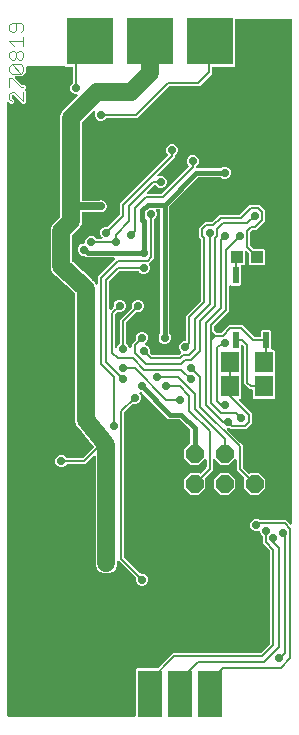
<source format=gbr>
G04 EAGLE Gerber RS-274X export*
G75*
%MOMM*%
%FSLAX34Y34*%
%LPD*%
%INBottom Copper*%
%IPPOS*%
%AMOC8*
5,1,8,0,0,1.08239X$1,22.5*%
G01*
%ADD10C,0.101600*%
%ADD11P,1.649562X8X22.500000*%
%ADD12R,4.000000X4.000000*%
%ADD13R,2.000000X4.000000*%
%ADD14R,0.550000X1.450000*%
%ADD15R,1.600000X1.803000*%
%ADD16R,1.000000X1.100000*%
%ADD17C,0.711200*%
%ADD18C,0.406400*%
%ADD19C,1.524000*%
%ADD20C,0.635000*%
%ADD21C,0.203200*%

G36*
X111343Y2904D02*
X111343Y2904D01*
X111401Y2902D01*
X111483Y2924D01*
X111567Y2936D01*
X111620Y2959D01*
X111676Y2974D01*
X111749Y3017D01*
X111826Y3052D01*
X111871Y3090D01*
X111921Y3119D01*
X111979Y3181D01*
X112043Y3235D01*
X112075Y3284D01*
X112115Y3327D01*
X112154Y3402D01*
X112201Y3472D01*
X112218Y3528D01*
X112245Y3580D01*
X112256Y3648D01*
X112286Y3743D01*
X112289Y3843D01*
X112300Y3911D01*
X112300Y42857D01*
X113193Y43750D01*
X130224Y43750D01*
X130310Y43762D01*
X130398Y43765D01*
X130450Y43782D01*
X130505Y43790D01*
X130585Y43825D01*
X130668Y43852D01*
X130707Y43880D01*
X130764Y43906D01*
X130878Y44002D01*
X130941Y44047D01*
X143410Y56516D01*
X217602Y56516D01*
X217689Y56528D01*
X217776Y56531D01*
X217829Y56548D01*
X217884Y56556D01*
X217963Y56591D01*
X218047Y56618D01*
X218086Y56646D01*
X218143Y56672D01*
X218256Y56768D01*
X218320Y56813D01*
X225762Y64255D01*
X225814Y64325D01*
X225874Y64389D01*
X225900Y64438D01*
X225933Y64482D01*
X225964Y64564D01*
X226004Y64642D01*
X226012Y64689D01*
X226034Y64748D01*
X226046Y64896D01*
X226059Y64973D01*
X226059Y142990D01*
X226047Y143076D01*
X226044Y143164D01*
X226027Y143216D01*
X226019Y143271D01*
X225984Y143351D01*
X225957Y143434D01*
X225929Y143473D01*
X225903Y143530D01*
X225851Y143592D01*
X225825Y143636D01*
X225788Y143670D01*
X225762Y143707D01*
X219709Y149760D01*
X219709Y155272D01*
X219697Y155359D01*
X219694Y155446D01*
X219677Y155499D01*
X219669Y155554D01*
X219634Y155634D01*
X219607Y155717D01*
X219579Y155756D01*
X219553Y155813D01*
X219457Y155927D01*
X219412Y155990D01*
X217943Y157459D01*
X217162Y159344D01*
X217163Y159361D01*
X217151Y159406D01*
X217143Y159493D01*
X217133Y159519D01*
X217129Y159546D01*
X217093Y159628D01*
X217091Y159636D01*
X217085Y159646D01*
X217082Y159651D01*
X217041Y159758D01*
X217025Y159780D01*
X217013Y159805D01*
X216939Y159893D01*
X216870Y159985D01*
X216847Y160001D01*
X216830Y160022D01*
X216734Y160086D01*
X216642Y160155D01*
X216616Y160165D01*
X216593Y160180D01*
X216483Y160215D01*
X216376Y160255D01*
X216348Y160257D01*
X216322Y160266D01*
X216207Y160269D01*
X216093Y160278D01*
X216068Y160272D01*
X216038Y160273D01*
X215844Y160223D01*
X215823Y160220D01*
X215810Y160214D01*
X215781Y160206D01*
X215765Y160203D01*
X215323Y160019D01*
X213302Y160019D01*
X211434Y160793D01*
X210005Y162222D01*
X209232Y164089D01*
X209232Y166111D01*
X210005Y167978D01*
X211434Y169407D01*
X213302Y170181D01*
X215323Y170181D01*
X217277Y169371D01*
X217299Y169355D01*
X217381Y169324D01*
X217459Y169284D01*
X217507Y169276D01*
X217565Y169253D01*
X217713Y169241D01*
X217790Y169228D01*
X239177Y169228D01*
X240963Y167443D01*
X242646Y165760D01*
X242670Y165742D01*
X242689Y165719D01*
X242783Y165657D01*
X242873Y165589D01*
X242901Y165578D01*
X242925Y165562D01*
X243033Y165528D01*
X243139Y165487D01*
X243168Y165485D01*
X243196Y165476D01*
X243310Y165473D01*
X243422Y165464D01*
X243451Y165470D01*
X243480Y165469D01*
X243590Y165497D01*
X243701Y165520D01*
X243727Y165533D01*
X243755Y165541D01*
X243853Y165598D01*
X243953Y165651D01*
X243975Y165671D01*
X244000Y165686D01*
X244077Y165768D01*
X244159Y165846D01*
X244174Y165872D01*
X244194Y165893D01*
X244246Y165994D01*
X244303Y166092D01*
X244310Y166120D01*
X244324Y166146D01*
X244337Y166224D01*
X244373Y166367D01*
X244371Y166430D01*
X244379Y166477D01*
X244379Y592989D01*
X244371Y593047D01*
X244373Y593105D01*
X244351Y593187D01*
X244339Y593271D01*
X244316Y593324D01*
X244301Y593380D01*
X244258Y593453D01*
X244223Y593530D01*
X244185Y593575D01*
X244156Y593625D01*
X244094Y593683D01*
X244040Y593747D01*
X243991Y593779D01*
X243948Y593819D01*
X243873Y593858D01*
X243803Y593905D01*
X243747Y593922D01*
X243695Y593949D01*
X243627Y593960D01*
X243532Y593990D01*
X243432Y593993D01*
X243364Y594004D01*
X197165Y594004D01*
X197107Y593996D01*
X197049Y593998D01*
X196967Y593976D01*
X196883Y593964D01*
X196830Y593941D01*
X196774Y593926D01*
X196701Y593883D01*
X196624Y593848D01*
X196579Y593810D01*
X196529Y593781D01*
X196471Y593719D01*
X196407Y593665D01*
X196375Y593616D01*
X196335Y593573D01*
X196296Y593498D01*
X196249Y593428D01*
X196232Y593372D01*
X196205Y593320D01*
X196194Y593252D01*
X196164Y593157D01*
X196161Y593057D01*
X196150Y592989D01*
X196150Y554043D01*
X195257Y553150D01*
X177381Y553150D01*
X177323Y553142D01*
X177265Y553144D01*
X177183Y553122D01*
X177099Y553110D01*
X177046Y553087D01*
X176990Y553072D01*
X176917Y553029D01*
X176840Y552994D01*
X176795Y552956D01*
X176745Y552927D01*
X176687Y552865D01*
X176623Y552811D01*
X176591Y552762D01*
X176551Y552719D01*
X176512Y552644D01*
X176465Y552574D01*
X176448Y552518D01*
X176421Y552466D01*
X176410Y552398D01*
X176380Y552303D01*
X176377Y552203D01*
X176366Y552135D01*
X176366Y547423D01*
X166152Y537209D01*
X141173Y537209D01*
X141086Y537197D01*
X140999Y537194D01*
X140946Y537177D01*
X140891Y537169D01*
X140812Y537134D01*
X140728Y537107D01*
X140689Y537079D01*
X140632Y537053D01*
X140519Y536957D01*
X140455Y536912D01*
X113765Y510222D01*
X87615Y510222D01*
X87528Y510210D01*
X87441Y510207D01*
X87388Y510190D01*
X87334Y510182D01*
X87254Y510146D01*
X87171Y510119D01*
X87131Y510091D01*
X87074Y510066D01*
X86961Y509970D01*
X86897Y509924D01*
X85428Y508455D01*
X83561Y507682D01*
X81539Y507682D01*
X79672Y508455D01*
X78243Y509884D01*
X77469Y511752D01*
X77469Y513773D01*
X77780Y514522D01*
X77801Y514605D01*
X77832Y514686D01*
X77836Y514742D01*
X77850Y514797D01*
X77848Y514883D01*
X77855Y514969D01*
X77844Y515025D01*
X77842Y515082D01*
X77816Y515163D01*
X77799Y515248D01*
X77773Y515298D01*
X77756Y515352D01*
X77708Y515424D01*
X77668Y515500D01*
X77629Y515541D01*
X77597Y515589D01*
X77532Y515644D01*
X77472Y515706D01*
X77423Y515735D01*
X77380Y515772D01*
X77301Y515806D01*
X77227Y515850D01*
X77172Y515864D01*
X77120Y515887D01*
X77035Y515899D01*
X76952Y515920D01*
X76895Y515918D01*
X76838Y515926D01*
X76753Y515914D01*
X76668Y515911D01*
X76613Y515893D01*
X76557Y515885D01*
X76479Y515850D01*
X76397Y515823D01*
X76357Y515795D01*
X76298Y515768D01*
X76188Y515674D01*
X76124Y515629D01*
X66592Y506097D01*
X66540Y506027D01*
X66480Y505963D01*
X66454Y505914D01*
X66421Y505870D01*
X66390Y505788D01*
X66350Y505710D01*
X66342Y505663D01*
X66320Y505604D01*
X66308Y505456D01*
X66295Y505379D01*
X66295Y440690D01*
X66303Y440632D01*
X66301Y440574D01*
X66323Y440492D01*
X66335Y440408D01*
X66358Y440355D01*
X66373Y440299D01*
X66416Y440226D01*
X66451Y440149D01*
X66489Y440104D01*
X66518Y440054D01*
X66580Y439996D01*
X66634Y439932D01*
X66683Y439900D01*
X66726Y439860D01*
X66801Y439821D01*
X66871Y439774D01*
X66927Y439757D01*
X66979Y439730D01*
X67047Y439719D01*
X67142Y439689D01*
X67242Y439686D01*
X67310Y439675D01*
X80418Y439675D01*
X80448Y439679D01*
X80479Y439677D01*
X80556Y439694D01*
X80699Y439715D01*
X80758Y439741D01*
X80806Y439752D01*
X81539Y440056D01*
X83561Y440056D01*
X84294Y439752D01*
X84324Y439744D01*
X84351Y439730D01*
X84429Y439717D01*
X84512Y439696D01*
X84593Y439635D01*
X84653Y439612D01*
X84695Y439586D01*
X85428Y439282D01*
X86857Y437853D01*
X87161Y437120D01*
X87177Y437093D01*
X87186Y437064D01*
X87232Y437000D01*
X87275Y436926D01*
X87290Y436826D01*
X87316Y436767D01*
X87327Y436719D01*
X87631Y435986D01*
X87631Y433964D01*
X87327Y433231D01*
X87319Y433201D01*
X87305Y433174D01*
X87292Y433096D01*
X87271Y433013D01*
X87210Y432932D01*
X87187Y432872D01*
X87161Y432830D01*
X86857Y432097D01*
X85428Y430668D01*
X84695Y430364D01*
X84668Y430348D01*
X84639Y430339D01*
X84575Y430293D01*
X84501Y430250D01*
X84401Y430235D01*
X84342Y430209D01*
X84294Y430198D01*
X83561Y429894D01*
X81539Y429894D01*
X80806Y430198D01*
X80776Y430206D01*
X80749Y430220D01*
X80671Y430233D01*
X80531Y430269D01*
X80466Y430267D01*
X80418Y430275D01*
X67310Y430275D01*
X67252Y430267D01*
X67194Y430269D01*
X67112Y430247D01*
X67028Y430235D01*
X66975Y430212D01*
X66919Y430197D01*
X66846Y430154D01*
X66769Y430119D01*
X66724Y430081D01*
X66674Y430052D01*
X66616Y429990D01*
X66552Y429936D01*
X66520Y429887D01*
X66480Y429844D01*
X66441Y429769D01*
X66394Y429699D01*
X66377Y429643D01*
X66350Y429591D01*
X66339Y429523D01*
X66309Y429428D01*
X66306Y429328D01*
X66295Y429260D01*
X66295Y420456D01*
X64903Y417095D01*
X58655Y410847D01*
X58602Y410777D01*
X58542Y410713D01*
X58517Y410664D01*
X58484Y410620D01*
X58453Y410538D01*
X58413Y410460D01*
X58405Y410413D01*
X58382Y410354D01*
X58370Y410206D01*
X58357Y410129D01*
X58357Y388623D01*
X58364Y388576D01*
X58364Y388574D01*
X58364Y388572D01*
X58372Y388517D01*
X58380Y388409D01*
X58392Y388377D01*
X58397Y388342D01*
X58441Y388244D01*
X58478Y388143D01*
X58497Y388118D01*
X58513Y388082D01*
X58651Y387920D01*
X58684Y387877D01*
X74722Y373073D01*
X74731Y373067D01*
X74738Y373059D01*
X74788Y373027D01*
X74956Y372911D01*
X74995Y372898D01*
X75022Y372881D01*
X75030Y372878D01*
X76173Y371735D01*
X76191Y371722D01*
X76202Y371707D01*
X77389Y370611D01*
X77393Y370603D01*
X77399Y370594D01*
X77402Y370584D01*
X77436Y370537D01*
X77547Y370364D01*
X77578Y370338D01*
X77597Y370311D01*
X77603Y370305D01*
X78056Y369210D01*
X78100Y369136D01*
X78135Y369058D01*
X78172Y369014D01*
X78201Y368965D01*
X78263Y368906D01*
X78319Y368841D01*
X78366Y368809D01*
X78407Y368770D01*
X78484Y368731D01*
X78555Y368683D01*
X78609Y368666D01*
X78660Y368640D01*
X78744Y368623D01*
X78826Y368597D01*
X78883Y368596D01*
X78939Y368585D01*
X79024Y368592D01*
X79110Y368590D01*
X79165Y368604D01*
X79222Y368609D01*
X79303Y368640D01*
X79385Y368662D01*
X79434Y368691D01*
X79487Y368711D01*
X79556Y368763D01*
X79630Y368807D01*
X79669Y368849D01*
X79714Y368883D01*
X79766Y368952D01*
X79824Y369015D01*
X79850Y369065D01*
X79884Y369111D01*
X79915Y369191D01*
X79954Y369268D01*
X79962Y369316D01*
X79985Y369377D01*
X79996Y369521D01*
X80009Y369599D01*
X80009Y375702D01*
X93999Y389692D01*
X93999Y389693D01*
X94304Y389998D01*
X94322Y390021D01*
X94345Y390040D01*
X94407Y390134D01*
X94475Y390225D01*
X94486Y390252D01*
X94502Y390277D01*
X94536Y390385D01*
X94577Y390490D01*
X94579Y390520D01*
X94588Y390548D01*
X94591Y390661D01*
X94600Y390774D01*
X94594Y390803D01*
X94595Y390832D01*
X94567Y390941D01*
X94544Y391052D01*
X94531Y391079D01*
X94523Y391107D01*
X94466Y391204D01*
X94413Y391305D01*
X94393Y391326D01*
X94378Y391351D01*
X94296Y391429D01*
X94218Y391511D01*
X94192Y391526D01*
X94171Y391546D01*
X94070Y391597D01*
X93972Y391655D01*
X93944Y391662D01*
X93918Y391675D01*
X93840Y391688D01*
X93697Y391725D01*
X93634Y391723D01*
X93587Y391731D01*
X69964Y391731D01*
X68611Y393084D01*
X68541Y393137D01*
X68477Y393197D01*
X68428Y393222D01*
X68383Y393255D01*
X68302Y393286D01*
X68224Y393326D01*
X68176Y393334D01*
X68118Y393357D01*
X67970Y393369D01*
X67893Y393382D01*
X67252Y393382D01*
X65384Y394155D01*
X63955Y395584D01*
X63182Y397452D01*
X63182Y399473D01*
X63955Y401341D01*
X65384Y402770D01*
X67252Y403543D01*
X68517Y403543D01*
X68574Y403551D01*
X68633Y403550D01*
X68714Y403571D01*
X68798Y403583D01*
X68851Y403607D01*
X68908Y403622D01*
X68980Y403665D01*
X69057Y403699D01*
X69102Y403737D01*
X69152Y403767D01*
X69210Y403829D01*
X69274Y403883D01*
X69307Y403932D01*
X69347Y403974D01*
X69385Y404049D01*
X69432Y404120D01*
X69450Y404175D01*
X69476Y404227D01*
X69488Y404295D01*
X69518Y404391D01*
X69520Y404490D01*
X69532Y404558D01*
X69532Y405823D01*
X70305Y407691D01*
X71734Y409120D01*
X73602Y409893D01*
X75623Y409893D01*
X77491Y409120D01*
X78960Y407651D01*
X79029Y407598D01*
X79093Y407538D01*
X79143Y407513D01*
X79187Y407480D01*
X79269Y407449D01*
X79346Y407409D01*
X79394Y407401D01*
X79453Y407378D01*
X79600Y407366D01*
X79678Y407353D01*
X83073Y407353D01*
X83102Y407357D01*
X83131Y407355D01*
X83242Y407377D01*
X83355Y407393D01*
X83381Y407405D01*
X83410Y407411D01*
X83511Y407463D01*
X83614Y407509D01*
X83636Y407528D01*
X83662Y407542D01*
X83745Y407620D01*
X83831Y407693D01*
X83847Y407717D01*
X83868Y407738D01*
X83926Y407835D01*
X83989Y407930D01*
X83997Y407958D01*
X84012Y407983D01*
X84040Y408093D01*
X84074Y408201D01*
X84075Y408230D01*
X84082Y408258D01*
X84079Y408371D01*
X84082Y408485D01*
X84074Y408513D01*
X84073Y408543D01*
X84038Y408651D01*
X84010Y408760D01*
X83995Y408785D01*
X83986Y408813D01*
X83940Y408877D01*
X83865Y409004D01*
X83819Y409047D01*
X83791Y409086D01*
X83005Y409872D01*
X82232Y411739D01*
X82232Y413761D01*
X83005Y415628D01*
X84434Y417057D01*
X86302Y417831D01*
X88380Y417831D01*
X88466Y417843D01*
X88554Y417846D01*
X88606Y417863D01*
X88661Y417871D01*
X88741Y417906D01*
X88824Y417933D01*
X88863Y417961D01*
X88920Y417987D01*
X89034Y418083D01*
X89097Y418128D01*
X98762Y427793D01*
X98814Y427862D01*
X98874Y427926D01*
X98900Y427976D01*
X98933Y428020D01*
X98964Y428101D01*
X99004Y428179D01*
X99012Y428227D01*
X99034Y428285D01*
X99046Y428433D01*
X99059Y428510D01*
X99059Y437615D01*
X139149Y477705D01*
X139184Y477751D01*
X139227Y477792D01*
X139269Y477865D01*
X139320Y477932D01*
X139341Y477987D01*
X139370Y478037D01*
X139391Y478119D01*
X139421Y478198D01*
X139426Y478256D01*
X139441Y478313D01*
X139438Y478397D01*
X139445Y478481D01*
X139433Y478538D01*
X139432Y478597D01*
X139406Y478677D01*
X139389Y478760D01*
X139362Y478812D01*
X139344Y478867D01*
X139304Y478924D01*
X139258Y479012D01*
X139189Y479084D01*
X139149Y479141D01*
X138568Y479722D01*
X137794Y481589D01*
X137794Y483611D01*
X138568Y485478D01*
X139997Y486907D01*
X141864Y487681D01*
X143886Y487681D01*
X145753Y486907D01*
X147182Y485478D01*
X147956Y483611D01*
X147956Y481589D01*
X147182Y479722D01*
X145713Y478253D01*
X145661Y478183D01*
X145601Y478119D01*
X145575Y478070D01*
X145542Y478026D01*
X145511Y477944D01*
X145471Y477866D01*
X145463Y477818D01*
X145441Y477760D01*
X145429Y477612D01*
X145416Y477535D01*
X145416Y476785D01*
X143630Y474999D01*
X130801Y462170D01*
X130749Y462101D01*
X130690Y462039D01*
X130664Y461988D01*
X130630Y461943D01*
X130599Y461862D01*
X130560Y461786D01*
X130549Y461730D01*
X130529Y461677D01*
X130521Y461592D01*
X130505Y461507D01*
X130510Y461451D01*
X130505Y461394D01*
X130522Y461310D01*
X130529Y461224D01*
X130550Y461171D01*
X130561Y461115D01*
X130600Y461039D01*
X130631Y460959D01*
X130666Y460913D01*
X130692Y460863D01*
X130751Y460801D01*
X130803Y460732D01*
X130848Y460698D01*
X130888Y460657D01*
X130962Y460613D01*
X131031Y460562D01*
X131084Y460542D01*
X131133Y460513D01*
X131216Y460492D01*
X131297Y460461D01*
X131353Y460457D01*
X131408Y460443D01*
X131494Y460446D01*
X131580Y460439D01*
X131628Y460450D01*
X131693Y460452D01*
X131830Y460496D01*
X131907Y460514D01*
X132339Y460693D01*
X134361Y460693D01*
X136228Y459920D01*
X137657Y458491D01*
X138431Y456623D01*
X138431Y454602D01*
X137657Y452734D01*
X136228Y451305D01*
X134361Y450532D01*
X132339Y450532D01*
X130472Y451305D01*
X129097Y452680D01*
X129050Y452716D01*
X129010Y452758D01*
X128937Y452801D01*
X128870Y452851D01*
X128815Y452872D01*
X128765Y452902D01*
X128683Y452922D01*
X128604Y452953D01*
X128546Y452957D01*
X128489Y452972D01*
X128405Y452969D01*
X128321Y452976D01*
X128263Y452965D01*
X128205Y452963D01*
X128125Y452937D01*
X128042Y452920D01*
X127990Y452893D01*
X127934Y452875D01*
X127878Y452835D01*
X127790Y452789D01*
X127717Y452720D01*
X127661Y452680D01*
X122167Y447186D01*
X122149Y447163D01*
X122127Y447144D01*
X122064Y447049D01*
X121996Y446959D01*
X121986Y446932D01*
X121969Y446907D01*
X121935Y446799D01*
X121895Y446694D01*
X121892Y446664D01*
X121884Y446636D01*
X121881Y446523D01*
X121871Y446410D01*
X121877Y446382D01*
X121876Y446352D01*
X121905Y446243D01*
X121927Y446131D01*
X121941Y446105D01*
X121948Y446077D01*
X122006Y445980D01*
X122058Y445879D01*
X122078Y445858D01*
X122093Y445833D01*
X122176Y445755D01*
X122254Y445673D01*
X122279Y445658D01*
X122301Y445638D01*
X122402Y445587D01*
X122499Y445529D01*
X122528Y445522D01*
X122554Y445509D01*
X122631Y445496D01*
X122775Y445459D01*
X122837Y445461D01*
X122885Y445453D01*
X133465Y445453D01*
X133551Y445465D01*
X133639Y445468D01*
X133691Y445485D01*
X133746Y445493D01*
X133826Y445529D01*
X133909Y445556D01*
X133948Y445584D01*
X134005Y445609D01*
X134119Y445705D01*
X134182Y445751D01*
X156612Y468180D01*
X156629Y468202D01*
X156649Y468220D01*
X156666Y468245D01*
X156689Y468267D01*
X156732Y468340D01*
X156783Y468407D01*
X156794Y468437D01*
X156807Y468457D01*
X156815Y468481D01*
X156833Y468512D01*
X156854Y468594D01*
X156884Y468673D01*
X156887Y468708D01*
X156893Y468728D01*
X156893Y468750D01*
X156903Y468788D01*
X156900Y468872D01*
X156907Y468956D01*
X156900Y468994D01*
X156900Y469012D01*
X156895Y469030D01*
X156894Y469072D01*
X156868Y469152D01*
X156851Y469235D01*
X156832Y469272D01*
X156828Y469287D01*
X156820Y469301D01*
X156807Y469342D01*
X156766Y469399D01*
X156720Y469487D01*
X156691Y469518D01*
X156683Y469531D01*
X156649Y469563D01*
X156612Y469616D01*
X156030Y470197D01*
X155257Y472064D01*
X155257Y474086D01*
X156030Y475953D01*
X157459Y477382D01*
X159327Y478156D01*
X161348Y478156D01*
X163216Y477382D01*
X164645Y475953D01*
X165418Y474086D01*
X165418Y472064D01*
X164645Y470197D01*
X163288Y468840D01*
X163270Y468816D01*
X163248Y468797D01*
X163185Y468703D01*
X163117Y468613D01*
X163106Y468585D01*
X163090Y468561D01*
X163056Y468453D01*
X163015Y468347D01*
X163013Y468318D01*
X163004Y468290D01*
X163001Y468176D01*
X162992Y468064D01*
X162998Y468035D01*
X162997Y468006D01*
X163026Y467896D01*
X163048Y467785D01*
X163061Y467759D01*
X163069Y467731D01*
X163126Y467633D01*
X163179Y467533D01*
X163199Y467511D01*
X163214Y467486D01*
X163296Y467409D01*
X163375Y467327D01*
X163400Y467312D01*
X163421Y467292D01*
X163522Y467240D01*
X163620Y467183D01*
X163648Y467176D01*
X163674Y467162D01*
X163752Y467149D01*
X163895Y467113D01*
X163958Y467115D01*
X164005Y467107D01*
X183276Y467107D01*
X183363Y467119D01*
X183450Y467122D01*
X183503Y467139D01*
X183557Y467147D01*
X183637Y467182D01*
X183720Y467209D01*
X183760Y467237D01*
X183817Y467263D01*
X183930Y467359D01*
X183994Y467404D01*
X184447Y467857D01*
X186314Y468631D01*
X188336Y468631D01*
X190203Y467857D01*
X191632Y466428D01*
X192406Y464561D01*
X192406Y462539D01*
X191632Y460672D01*
X190203Y459243D01*
X188336Y458469D01*
X186314Y458469D01*
X184447Y459243D01*
X183994Y459696D01*
X183924Y459748D01*
X183860Y459808D01*
X183811Y459834D01*
X183767Y459867D01*
X183685Y459898D01*
X183607Y459938D01*
X183559Y459946D01*
X183501Y459968D01*
X183353Y459980D01*
X183276Y459993D01*
X165406Y459993D01*
X165320Y459981D01*
X165232Y459978D01*
X165180Y459961D01*
X165125Y459953D01*
X165045Y459918D01*
X164962Y459891D01*
X164922Y459863D01*
X164865Y459837D01*
X164752Y459741D01*
X164688Y459696D01*
X140379Y435387D01*
X140327Y435317D01*
X140267Y435253D01*
X140241Y435204D01*
X140208Y435159D01*
X140177Y435078D01*
X140137Y435000D01*
X140129Y434952D01*
X140107Y434894D01*
X140095Y434746D01*
X140082Y434669D01*
X140082Y327899D01*
X140094Y327812D01*
X140097Y327725D01*
X140114Y327672D01*
X140122Y327618D01*
X140157Y327538D01*
X140184Y327454D01*
X140212Y327415D01*
X140238Y327358D01*
X140334Y327245D01*
X140379Y327181D01*
X140832Y326728D01*
X141606Y324861D01*
X141606Y322839D01*
X140832Y320972D01*
X139403Y319543D01*
X137536Y318769D01*
X135514Y318769D01*
X133647Y319543D01*
X132218Y320972D01*
X131444Y322839D01*
X131444Y324861D01*
X132218Y326728D01*
X132671Y327181D01*
X132723Y327251D01*
X132783Y327315D01*
X132809Y327364D01*
X132842Y327408D01*
X132873Y327490D01*
X132913Y327568D01*
X132921Y327615D01*
X132943Y327674D01*
X132955Y327822D01*
X132968Y327899D01*
X132968Y431991D01*
X132960Y432048D01*
X132962Y432107D01*
X132940Y432188D01*
X132928Y432272D01*
X132905Y432325D01*
X132890Y432382D01*
X132847Y432454D01*
X132812Y432531D01*
X132774Y432576D01*
X132745Y432626D01*
X132683Y432684D01*
X132629Y432748D01*
X132580Y432781D01*
X132537Y432821D01*
X132462Y432859D01*
X132392Y432906D01*
X132336Y432924D01*
X132284Y432950D01*
X132216Y432962D01*
X132121Y432992D01*
X132021Y432994D01*
X131953Y433006D01*
X130617Y433006D01*
X130503Y432990D01*
X130389Y432980D01*
X130363Y432970D01*
X130335Y432966D01*
X130230Y432919D01*
X130123Y432878D01*
X130101Y432861D01*
X130076Y432850D01*
X129988Y432776D01*
X129897Y432706D01*
X129880Y432684D01*
X129859Y432666D01*
X129795Y432571D01*
X129726Y432478D01*
X129717Y432453D01*
X129701Y432429D01*
X129666Y432320D01*
X129626Y432212D01*
X129624Y432185D01*
X129615Y432158D01*
X129612Y432043D01*
X129603Y431929D01*
X129609Y431905D01*
X129608Y431874D01*
X129675Y431617D01*
X129679Y431602D01*
X130493Y429636D01*
X130493Y427614D01*
X129720Y425747D01*
X128251Y424278D01*
X128198Y424208D01*
X128138Y424144D01*
X128113Y424095D01*
X128080Y424051D01*
X128049Y423969D01*
X128009Y423891D01*
X128001Y423843D01*
X127978Y423785D01*
X127966Y423637D01*
X127953Y423560D01*
X127953Y391060D01*
X126168Y389274D01*
X123553Y386660D01*
X123552Y386659D01*
X123551Y386658D01*
X123466Y386544D01*
X123382Y386433D01*
X123382Y386431D01*
X123381Y386430D01*
X123331Y386298D01*
X123281Y386167D01*
X123281Y386166D01*
X123280Y386164D01*
X123269Y386024D01*
X123258Y385884D01*
X123258Y385882D01*
X123258Y385881D01*
X123261Y385866D01*
X123313Y385605D01*
X123328Y385578D01*
X123333Y385554D01*
X124143Y383598D01*
X124143Y381577D01*
X123370Y379709D01*
X121941Y378280D01*
X120073Y377507D01*
X118052Y377507D01*
X116184Y378280D01*
X114715Y379749D01*
X114646Y379802D01*
X114582Y379862D01*
X114532Y379887D01*
X114488Y379920D01*
X114406Y379951D01*
X114329Y379991D01*
X114281Y379999D01*
X114222Y380022D01*
X114075Y380034D01*
X113997Y380047D01*
X98310Y380047D01*
X98224Y380035D01*
X98136Y380032D01*
X98084Y380015D01*
X98029Y380007D01*
X97949Y379971D01*
X97866Y379944D01*
X97827Y379916D01*
X97770Y379891D01*
X97656Y379795D01*
X97593Y379749D01*
X90151Y372307D01*
X90098Y372238D01*
X90038Y372174D01*
X90013Y372124D01*
X89980Y372080D01*
X89949Y371999D01*
X89909Y371921D01*
X89901Y371873D01*
X89878Y371815D01*
X89866Y371667D01*
X89853Y371590D01*
X89853Y348310D01*
X89857Y348281D01*
X89855Y348252D01*
X89877Y348141D01*
X89893Y348028D01*
X89905Y348002D01*
X89911Y347973D01*
X89963Y347872D01*
X90009Y347769D01*
X90028Y347747D01*
X90042Y347721D01*
X90120Y347638D01*
X90193Y347552D01*
X90217Y347536D01*
X90238Y347514D01*
X90335Y347457D01*
X90430Y347394D01*
X90458Y347386D01*
X90483Y347371D01*
X90592Y347343D01*
X90701Y347309D01*
X90730Y347308D01*
X90758Y347301D01*
X90871Y347304D01*
X90985Y347301D01*
X91013Y347309D01*
X91043Y347310D01*
X91151Y347345D01*
X91260Y347373D01*
X91285Y347388D01*
X91313Y347397D01*
X91377Y347443D01*
X91504Y347518D01*
X91547Y347564D01*
X91586Y347592D01*
X93047Y349053D01*
X93099Y349122D01*
X93159Y349186D01*
X93185Y349236D01*
X93218Y349280D01*
X93249Y349361D01*
X93289Y349439D01*
X93297Y349487D01*
X93319Y349545D01*
X93331Y349693D01*
X93344Y349770D01*
X93344Y351848D01*
X94118Y353716D01*
X95547Y355145D01*
X97414Y355918D01*
X99436Y355918D01*
X101303Y355145D01*
X102732Y353716D01*
X103506Y351848D01*
X103506Y349827D01*
X102732Y347959D01*
X101303Y346530D01*
X99436Y345757D01*
X97358Y345757D01*
X97271Y345745D01*
X97184Y345742D01*
X97131Y345725D01*
X97076Y345717D01*
X96997Y345681D01*
X96913Y345654D01*
X96874Y345626D01*
X96817Y345601D01*
X96704Y345505D01*
X96640Y345459D01*
X94913Y343732D01*
X94875Y343681D01*
X94873Y343680D01*
X94869Y343673D01*
X94861Y343663D01*
X94801Y343599D01*
X94775Y343549D01*
X94742Y343505D01*
X94723Y343454D01*
X94715Y343443D01*
X94706Y343414D01*
X94671Y343346D01*
X94663Y343298D01*
X94641Y343240D01*
X94637Y343197D01*
X94630Y343172D01*
X94627Y343084D01*
X94616Y343015D01*
X94616Y315844D01*
X94628Y315759D01*
X94630Y315673D01*
X94648Y315619D01*
X94656Y315563D01*
X94691Y315484D01*
X94717Y315402D01*
X94749Y315355D01*
X94772Y315303D01*
X94827Y315238D01*
X94875Y315166D01*
X94919Y315130D01*
X94955Y315086D01*
X95027Y315039D01*
X95093Y314983D01*
X95145Y314960D01*
X95192Y314929D01*
X95274Y314903D01*
X95353Y314868D01*
X95409Y314860D01*
X95463Y314843D01*
X95549Y314841D01*
X95634Y314829D01*
X95690Y314837D01*
X95747Y314835D01*
X95830Y314857D01*
X95915Y314869D01*
X95967Y314893D01*
X96022Y314907D01*
X96096Y314951D01*
X96175Y314987D01*
X96218Y315023D01*
X96267Y315053D01*
X96326Y315115D01*
X96391Y315171D01*
X96417Y315213D01*
X96461Y315260D01*
X96527Y315389D01*
X96569Y315456D01*
X97293Y317203D01*
X98762Y318672D01*
X98814Y318742D01*
X98874Y318806D01*
X98900Y318855D01*
X98933Y318899D01*
X98964Y318981D01*
X99004Y319059D01*
X99012Y319107D01*
X99034Y319165D01*
X99046Y319313D01*
X99059Y319390D01*
X99059Y339190D01*
X108922Y349053D01*
X108974Y349122D01*
X109034Y349186D01*
X109060Y349236D01*
X109093Y349280D01*
X109124Y349361D01*
X109164Y349439D01*
X109172Y349487D01*
X109194Y349545D01*
X109206Y349693D01*
X109219Y349770D01*
X109219Y351848D01*
X109993Y353716D01*
X111422Y355145D01*
X113289Y355918D01*
X115311Y355918D01*
X117178Y355145D01*
X118607Y353716D01*
X119381Y351848D01*
X119381Y349827D01*
X118607Y347959D01*
X117178Y346530D01*
X115311Y345757D01*
X113233Y345757D01*
X113146Y345745D01*
X113059Y345742D01*
X113006Y345725D01*
X112951Y345717D01*
X112872Y345681D01*
X112788Y345654D01*
X112749Y345626D01*
X112692Y345601D01*
X112579Y345505D01*
X112515Y345459D01*
X104438Y337382D01*
X104386Y337313D01*
X104326Y337249D01*
X104300Y337199D01*
X104267Y337155D01*
X104236Y337074D01*
X104196Y336996D01*
X104188Y336948D01*
X104166Y336890D01*
X104154Y336742D01*
X104141Y336665D01*
X104141Y319390D01*
X104153Y319303D01*
X104156Y319216D01*
X104173Y319163D01*
X104181Y319109D01*
X104216Y319029D01*
X104243Y318946D01*
X104271Y318906D01*
X104297Y318849D01*
X104393Y318736D01*
X104438Y318672D01*
X105907Y317203D01*
X106631Y315456D01*
X106675Y315382D01*
X106710Y315303D01*
X106747Y315260D01*
X106776Y315211D01*
X106838Y315152D01*
X106894Y315086D01*
X106941Y315055D01*
X106982Y315016D01*
X107059Y314976D01*
X107130Y314929D01*
X107184Y314911D01*
X107235Y314885D01*
X107319Y314869D01*
X107401Y314843D01*
X107458Y314841D01*
X107514Y314830D01*
X107599Y314838D01*
X107685Y314835D01*
X107740Y314850D01*
X107797Y314855D01*
X107878Y314886D01*
X107960Y314907D01*
X108009Y314936D01*
X108062Y314957D01*
X108131Y315009D01*
X108205Y315053D01*
X108244Y315094D01*
X108289Y315128D01*
X108341Y315197D01*
X108399Y315260D01*
X108425Y315311D01*
X108459Y315356D01*
X108490Y315436D01*
X108529Y315513D01*
X108537Y315562D01*
X108560Y315622D01*
X108571Y315767D01*
X108584Y315844D01*
X108584Y318552D01*
X112097Y322065D01*
X112149Y322135D01*
X112209Y322199D01*
X112235Y322248D01*
X112268Y322292D01*
X112299Y322374D01*
X112339Y322452D01*
X112347Y322499D01*
X112369Y322558D01*
X112381Y322706D01*
X112394Y322783D01*
X112394Y324861D01*
X113168Y326728D01*
X114597Y328157D01*
X116464Y328931D01*
X118486Y328931D01*
X120353Y328157D01*
X121782Y326728D01*
X122556Y324861D01*
X122556Y322839D01*
X121782Y320972D01*
X120349Y319539D01*
X120343Y319537D01*
X120289Y319501D01*
X120282Y319498D01*
X120272Y319490D01*
X120248Y319474D01*
X120151Y319416D01*
X120131Y319395D01*
X120106Y319378D01*
X120034Y319292D01*
X119956Y319209D01*
X119942Y319183D01*
X119924Y319161D01*
X119878Y319058D01*
X119826Y318957D01*
X119820Y318928D01*
X119808Y318901D01*
X119793Y318789D01*
X119771Y318678D01*
X119773Y318649D01*
X119769Y318619D01*
X119785Y318507D01*
X119795Y318395D01*
X119806Y318367D01*
X119810Y318338D01*
X119856Y318235D01*
X119897Y318129D01*
X119915Y318106D01*
X119927Y318079D01*
X120000Y317993D01*
X120069Y317903D01*
X120092Y317885D01*
X120111Y317863D01*
X120178Y317821D01*
X120296Y317732D01*
X120355Y317710D01*
X120396Y317685D01*
X121941Y317045D01*
X123370Y315616D01*
X124143Y313748D01*
X124143Y311670D01*
X124155Y311584D01*
X124158Y311496D01*
X124175Y311444D01*
X124183Y311389D01*
X124219Y311309D01*
X124246Y311226D01*
X124274Y311187D01*
X124299Y311130D01*
X124395Y311016D01*
X124441Y310953D01*
X126168Y309226D01*
X126237Y309173D01*
X126301Y309113D01*
X126351Y309088D01*
X126395Y309055D01*
X126476Y309024D01*
X126554Y308984D01*
X126602Y308976D01*
X126660Y308953D01*
X126808Y308941D01*
X126885Y308928D01*
X147752Y308928D01*
X147839Y308940D01*
X147926Y308943D01*
X147979Y308960D01*
X148034Y308968D01*
X148113Y309004D01*
X148197Y309031D01*
X148236Y309059D01*
X148293Y309084D01*
X148406Y309180D01*
X148470Y309226D01*
X149562Y310317D01*
X149562Y310318D01*
X150262Y311017D01*
X150297Y311064D01*
X150339Y311104D01*
X150382Y311177D01*
X150433Y311244D01*
X150453Y311299D01*
X150483Y311350D01*
X150504Y311431D01*
X150534Y311510D01*
X150539Y311568D01*
X150553Y311625D01*
X150550Y311709D01*
X150557Y311793D01*
X150546Y311851D01*
X150544Y311909D01*
X150518Y311990D01*
X150501Y312072D01*
X150475Y312124D01*
X150457Y312180D01*
X150416Y312236D01*
X150371Y312325D01*
X150302Y312397D01*
X150262Y312453D01*
X149680Y313034D01*
X148907Y314902D01*
X148907Y316923D01*
X149680Y318791D01*
X151109Y320220D01*
X152977Y320993D01*
X153607Y320993D01*
X153664Y321001D01*
X153723Y321000D01*
X153804Y321021D01*
X153888Y321033D01*
X153941Y321057D01*
X153998Y321072D01*
X154070Y321115D01*
X154147Y321149D01*
X154192Y321187D01*
X154242Y321217D01*
X154300Y321279D01*
X154364Y321333D01*
X154397Y321382D01*
X154437Y321424D01*
X154475Y321499D01*
X154522Y321570D01*
X154540Y321625D01*
X154566Y321677D01*
X154578Y321745D01*
X154608Y321841D01*
X154610Y321940D01*
X154622Y322008D01*
X154622Y342365D01*
X167024Y354768D01*
X167077Y354837D01*
X167137Y354901D01*
X167162Y354951D01*
X167195Y354995D01*
X167226Y355076D01*
X167266Y355154D01*
X167274Y355202D01*
X167297Y355260D01*
X167309Y355408D01*
X167322Y355485D01*
X167322Y406515D01*
X167310Y406601D01*
X167307Y406689D01*
X167290Y406741D01*
X167282Y406796D01*
X167246Y406876D01*
X167219Y406959D01*
X167191Y406998D01*
X167166Y407055D01*
X167070Y407169D01*
X167024Y407232D01*
X165734Y408523D01*
X165734Y416977D01*
X170398Y421641D01*
X176327Y421641D01*
X176414Y421653D01*
X176501Y421656D01*
X176554Y421673D01*
X176609Y421681D01*
X176688Y421716D01*
X176772Y421743D01*
X176811Y421771D01*
X176868Y421797D01*
X176981Y421893D01*
X177045Y421938D01*
X183098Y427991D01*
X200140Y427991D01*
X200226Y428003D01*
X200314Y428006D01*
X200366Y428023D01*
X200421Y428031D01*
X200501Y428066D01*
X200584Y428093D01*
X200623Y428121D01*
X200680Y428147D01*
X200794Y428243D01*
X200857Y428288D01*
X208498Y435928D01*
X216952Y435928D01*
X221616Y431265D01*
X221616Y422810D01*
X213777Y414972D01*
X211023Y414972D01*
X210936Y414960D01*
X210849Y414957D01*
X210796Y414940D01*
X210741Y414932D01*
X210662Y414896D01*
X210578Y414869D01*
X210539Y414841D01*
X210482Y414816D01*
X210369Y414720D01*
X210305Y414674D01*
X209213Y413582D01*
X209161Y413513D01*
X209101Y413449D01*
X209075Y413399D01*
X209042Y413355D01*
X209011Y413274D01*
X208971Y413196D01*
X208963Y413148D01*
X208941Y413090D01*
X208929Y412942D01*
X208916Y412865D01*
X208916Y402085D01*
X208928Y401999D01*
X208931Y401911D01*
X208948Y401859D01*
X208956Y401804D01*
X208991Y401724D01*
X209018Y401641D01*
X209046Y401602D01*
X209072Y401545D01*
X209168Y401431D01*
X209213Y401368D01*
X211146Y399435D01*
X211216Y399382D01*
X211280Y399322D01*
X211329Y399297D01*
X211373Y399264D01*
X211455Y399233D01*
X211533Y399193D01*
X211580Y399185D01*
X211639Y399162D01*
X211787Y399150D01*
X211864Y399137D01*
X220507Y399137D01*
X221400Y398244D01*
X221400Y385981D01*
X220507Y385088D01*
X209243Y385088D01*
X208350Y385981D01*
X208350Y394624D01*
X208338Y394710D01*
X208335Y394798D01*
X208318Y394850D01*
X208310Y394905D01*
X208275Y394985D01*
X208248Y395068D01*
X208220Y395107D01*
X208194Y395164D01*
X208098Y395278D01*
X208053Y395341D01*
X206133Y397261D01*
X206109Y397279D01*
X206090Y397302D01*
X205996Y397364D01*
X205906Y397432D01*
X205878Y397443D01*
X205854Y397459D01*
X205746Y397493D01*
X205640Y397534D01*
X205611Y397536D01*
X205583Y397545D01*
X205469Y397548D01*
X205357Y397557D01*
X205328Y397551D01*
X205299Y397552D01*
X205189Y397524D01*
X205078Y397501D01*
X205052Y397488D01*
X205024Y397480D01*
X204926Y397423D01*
X204826Y397370D01*
X204804Y397350D01*
X204779Y397335D01*
X204702Y397253D01*
X204620Y397175D01*
X204605Y397149D01*
X204585Y397128D01*
X204533Y397027D01*
X204476Y396929D01*
X204469Y396901D01*
X204455Y396875D01*
X204442Y396797D01*
X204406Y396654D01*
X204408Y396591D01*
X204400Y396544D01*
X204400Y385981D01*
X203507Y385088D01*
X202140Y385088D01*
X202082Y385080D01*
X202024Y385081D01*
X201942Y385060D01*
X201858Y385048D01*
X201805Y385024D01*
X201749Y385009D01*
X201676Y384966D01*
X201599Y384932D01*
X201554Y384894D01*
X201504Y384864D01*
X201446Y384802D01*
X201382Y384748D01*
X201350Y384699D01*
X201310Y384657D01*
X201271Y384582D01*
X201224Y384511D01*
X201207Y384456D01*
X201180Y384404D01*
X201169Y384336D01*
X201139Y384240D01*
X201136Y384141D01*
X201125Y384073D01*
X201125Y368868D01*
X200232Y367975D01*
X193468Y367975D01*
X193186Y368257D01*
X193163Y368275D01*
X193144Y368297D01*
X193050Y368360D01*
X192959Y368428D01*
X192932Y368439D01*
X192907Y368455D01*
X192799Y368489D01*
X192694Y368529D01*
X192664Y368532D01*
X192636Y368541D01*
X192523Y368544D01*
X192410Y368553D01*
X192382Y368547D01*
X192352Y368548D01*
X192242Y368519D01*
X192132Y368497D01*
X192105Y368484D01*
X192077Y368476D01*
X191980Y368418D01*
X191879Y368366D01*
X191858Y368346D01*
X191833Y368331D01*
X191755Y368248D01*
X191673Y368170D01*
X191658Y368145D01*
X191638Y368124D01*
X191587Y368023D01*
X191529Y367925D01*
X191522Y367897D01*
X191509Y367871D01*
X191496Y367793D01*
X191459Y367650D01*
X191461Y367587D01*
X191453Y367539D01*
X191453Y346610D01*
X179051Y334207D01*
X178998Y334138D01*
X178938Y334074D01*
X178913Y334024D01*
X178880Y333980D01*
X178849Y333899D01*
X178809Y333821D01*
X178801Y333773D01*
X178778Y333715D01*
X178766Y333567D01*
X178753Y333490D01*
X178753Y330085D01*
X178765Y329999D01*
X178768Y329911D01*
X178785Y329859D01*
X178793Y329804D01*
X178829Y329724D01*
X178856Y329641D01*
X178884Y329602D01*
X178909Y329545D01*
X179005Y329431D01*
X179051Y329368D01*
X180143Y328276D01*
X180212Y328223D01*
X180276Y328163D01*
X180326Y328138D01*
X180370Y328105D01*
X180451Y328074D01*
X180529Y328034D01*
X180577Y328026D01*
X180635Y328003D01*
X180783Y327991D01*
X180860Y327978D01*
X184265Y327978D01*
X184351Y327990D01*
X184439Y327993D01*
X184491Y328010D01*
X184546Y328018D01*
X184626Y328054D01*
X184709Y328081D01*
X184748Y328109D01*
X184805Y328134D01*
X184919Y328230D01*
X184982Y328276D01*
X189249Y332543D01*
X191035Y334328D01*
X202665Y334328D01*
X212405Y324588D01*
X212475Y324536D01*
X212539Y324476D01*
X212588Y324450D01*
X212632Y324417D01*
X212714Y324386D01*
X212792Y324346D01*
X212839Y324338D01*
X212898Y324316D01*
X213046Y324304D01*
X213123Y324291D01*
X216960Y324291D01*
X217018Y324299D01*
X217076Y324297D01*
X217158Y324319D01*
X217242Y324331D01*
X217295Y324354D01*
X217351Y324369D01*
X217424Y324412D01*
X217501Y324447D01*
X217546Y324485D01*
X217596Y324514D01*
X217654Y324576D01*
X217718Y324630D01*
X217750Y324679D01*
X217790Y324722D01*
X217829Y324797D01*
X217876Y324867D01*
X217893Y324923D01*
X217920Y324975D01*
X217931Y325043D01*
X217961Y325138D01*
X217964Y325238D01*
X217975Y325306D01*
X217975Y329632D01*
X218868Y330525D01*
X225632Y330525D01*
X226525Y329632D01*
X226525Y314767D01*
X226533Y314710D01*
X226531Y314651D01*
X226553Y314570D01*
X226565Y314486D01*
X226588Y314433D01*
X226603Y314376D01*
X226646Y314304D01*
X226681Y314227D01*
X226719Y314182D01*
X226748Y314132D01*
X226810Y314074D01*
X226864Y314010D01*
X226913Y313977D01*
X226956Y313937D01*
X227031Y313899D01*
X227101Y313852D01*
X227157Y313834D01*
X227209Y313808D01*
X227277Y313796D01*
X227372Y313766D01*
X227472Y313764D01*
X227540Y313752D01*
X229227Y313752D01*
X230120Y312859D01*
X230120Y293555D01*
X230088Y293525D01*
X230045Y293452D01*
X229995Y293385D01*
X229974Y293330D01*
X229944Y293279D01*
X229923Y293198D01*
X229893Y293119D01*
X229888Y293061D01*
X229874Y293004D01*
X229877Y292920D01*
X229870Y292836D01*
X229881Y292778D01*
X229883Y292720D01*
X229909Y292640D01*
X229926Y292557D01*
X229953Y292505D01*
X229971Y292449D01*
X230011Y292393D01*
X230057Y292304D01*
X230120Y292238D01*
X230120Y272928D01*
X229227Y272035D01*
X211963Y272035D01*
X211070Y272928D01*
X211070Y279019D01*
X211062Y279077D01*
X211064Y279135D01*
X211042Y279217D01*
X211030Y279301D01*
X211007Y279354D01*
X210992Y279410D01*
X210949Y279483D01*
X210914Y279560D01*
X210876Y279605D01*
X210847Y279655D01*
X210785Y279713D01*
X210731Y279777D01*
X210682Y279809D01*
X210639Y279849D01*
X210564Y279888D01*
X210494Y279935D01*
X210438Y279952D01*
X210386Y279979D01*
X210318Y279990D01*
X210223Y280020D01*
X210123Y280023D01*
X210055Y280034D01*
X208498Y280034D01*
X203834Y284698D01*
X203834Y316027D01*
X203822Y316114D01*
X203819Y316201D01*
X203802Y316254D01*
X203794Y316309D01*
X203759Y316388D01*
X203732Y316472D01*
X203704Y316511D01*
X203678Y316568D01*
X203582Y316681D01*
X203537Y316745D01*
X202858Y317424D01*
X202834Y317442D01*
X202815Y317464D01*
X202721Y317527D01*
X202631Y317595D01*
X202603Y317605D01*
X202579Y317622D01*
X202471Y317656D01*
X202365Y317696D01*
X202336Y317699D01*
X202308Y317707D01*
X202194Y317710D01*
X202082Y317720D01*
X202053Y317714D01*
X202024Y317715D01*
X201914Y317686D01*
X201803Y317664D01*
X201777Y317650D01*
X201749Y317643D01*
X201651Y317585D01*
X201551Y317533D01*
X201529Y317513D01*
X201504Y317498D01*
X201427Y317415D01*
X201345Y317337D01*
X201330Y317312D01*
X201310Y317290D01*
X201258Y317189D01*
X201201Y317092D01*
X201194Y317063D01*
X201180Y317037D01*
X201167Y316960D01*
X201131Y316816D01*
X201133Y316754D01*
X201125Y316706D01*
X201125Y313835D01*
X201137Y313748D01*
X201140Y313661D01*
X201157Y313608D01*
X201165Y313553D01*
X201200Y313473D01*
X201227Y313390D01*
X201255Y313351D01*
X201281Y313294D01*
X201377Y313180D01*
X201422Y313117D01*
X201680Y312859D01*
X201680Y293555D01*
X201648Y293525D01*
X201605Y293452D01*
X201555Y293385D01*
X201534Y293330D01*
X201504Y293279D01*
X201483Y293198D01*
X201453Y293119D01*
X201448Y293061D01*
X201434Y293004D01*
X201437Y292920D01*
X201430Y292836D01*
X201441Y292778D01*
X201443Y292720D01*
X201469Y292640D01*
X201486Y292557D01*
X201513Y292505D01*
X201531Y292449D01*
X201571Y292393D01*
X201617Y292304D01*
X201680Y292238D01*
X201680Y272928D01*
X200787Y272035D01*
X200734Y272035D01*
X200705Y272031D01*
X200676Y272034D01*
X200565Y272011D01*
X200452Y271995D01*
X200426Y271983D01*
X200397Y271978D01*
X200296Y271926D01*
X200193Y271879D01*
X200171Y271860D01*
X200145Y271847D01*
X200063Y271769D01*
X199976Y271696D01*
X199960Y271671D01*
X199938Y271651D01*
X199881Y271553D01*
X199818Y271459D01*
X199810Y271431D01*
X199795Y271406D01*
X199767Y271296D01*
X199733Y271188D01*
X199732Y271158D01*
X199725Y271130D01*
X199728Y271017D01*
X199725Y270904D01*
X199733Y270875D01*
X199734Y270846D01*
X199769Y270738D01*
X199797Y270629D01*
X199812Y270603D01*
X199821Y270575D01*
X199867Y270512D01*
X199942Y270384D01*
X199988Y270341D01*
X200016Y270302D01*
X208718Y261601D01*
X208718Y261600D01*
X210503Y259815D01*
X210503Y251360D01*
X205840Y246697D01*
X192623Y246697D01*
X192285Y247034D01*
X192215Y247087D01*
X192151Y247147D01*
X192102Y247172D01*
X192058Y247205D01*
X191976Y247236D01*
X191898Y247276D01*
X191851Y247284D01*
X191792Y247307D01*
X191644Y247319D01*
X191567Y247332D01*
X190512Y247332D01*
X190483Y247328D01*
X190454Y247330D01*
X190343Y247308D01*
X190231Y247292D01*
X190204Y247280D01*
X190175Y247274D01*
X190075Y247222D01*
X189971Y247176D01*
X189949Y247157D01*
X189923Y247143D01*
X189841Y247065D01*
X189754Y246992D01*
X189738Y246968D01*
X189717Y246947D01*
X189660Y246850D01*
X189597Y246755D01*
X189588Y246727D01*
X189573Y246702D01*
X189545Y246593D01*
X189511Y246484D01*
X189510Y246455D01*
X189503Y246427D01*
X189507Y246314D01*
X189504Y246200D01*
X189511Y246172D01*
X189512Y246142D01*
X189547Y246035D01*
X189576Y245925D01*
X189591Y245900D01*
X189600Y245872D01*
X189645Y245808D01*
X189721Y245681D01*
X189767Y245638D01*
X189795Y245599D01*
X200780Y234613D01*
X202566Y232827D01*
X202566Y214198D01*
X202578Y214111D01*
X202581Y214024D01*
X202598Y213971D01*
X202606Y213916D01*
X202641Y213837D01*
X202668Y213753D01*
X202696Y213714D01*
X202722Y213657D01*
X202818Y213544D01*
X202863Y213480D01*
X207337Y209006D01*
X207384Y208971D01*
X207424Y208928D01*
X207497Y208885D01*
X207565Y208835D01*
X207619Y208814D01*
X207670Y208784D01*
X207752Y208764D01*
X207830Y208734D01*
X207888Y208729D01*
X207945Y208714D01*
X208030Y208717D01*
X208114Y208710D01*
X208171Y208722D01*
X208229Y208723D01*
X208310Y208749D01*
X208392Y208766D01*
X208444Y208793D01*
X208500Y208811D01*
X208556Y208851D01*
X208645Y208897D01*
X208717Y208966D01*
X208773Y209006D01*
X208937Y209170D01*
X216513Y209170D01*
X221870Y203813D01*
X221870Y196237D01*
X216513Y190880D01*
X208937Y190880D01*
X203580Y196237D01*
X203580Y203813D01*
X203744Y203977D01*
X203779Y204023D01*
X203822Y204064D01*
X203864Y204137D01*
X203915Y204204D01*
X203936Y204259D01*
X203966Y204309D01*
X203986Y204391D01*
X204016Y204470D01*
X204021Y204528D01*
X204036Y204585D01*
X204033Y204669D01*
X204040Y204753D01*
X204028Y204810D01*
X204027Y204869D01*
X204001Y204949D01*
X203984Y205032D01*
X203957Y205084D01*
X203939Y205139D01*
X203899Y205195D01*
X203853Y205284D01*
X203784Y205356D01*
X203744Y205413D01*
X197484Y211673D01*
X197484Y220201D01*
X197480Y220230D01*
X197483Y220259D01*
X197460Y220370D01*
X197444Y220482D01*
X197432Y220509D01*
X197427Y220538D01*
X197375Y220638D01*
X197328Y220742D01*
X197309Y220764D01*
X197296Y220790D01*
X197218Y220872D01*
X197145Y220959D01*
X197120Y220975D01*
X197100Y220996D01*
X197002Y221053D01*
X196908Y221116D01*
X196880Y221125D01*
X196855Y221140D01*
X196745Y221168D01*
X196637Y221202D01*
X196607Y221203D01*
X196579Y221210D01*
X196466Y221206D01*
X196353Y221209D01*
X196324Y221202D01*
X196295Y221201D01*
X196187Y221166D01*
X196078Y221137D01*
X196052Y221122D01*
X196024Y221113D01*
X195961Y221068D01*
X195833Y220992D01*
X195790Y220947D01*
X195751Y220919D01*
X191113Y216280D01*
X183537Y216280D01*
X178899Y220919D01*
X178875Y220936D01*
X178856Y220959D01*
X178762Y221021D01*
X178672Y221089D01*
X178644Y221100D01*
X178620Y221116D01*
X178512Y221150D01*
X178406Y221191D01*
X178377Y221193D01*
X178349Y221202D01*
X178235Y221205D01*
X178123Y221214D01*
X178094Y221208D01*
X178065Y221209D01*
X177955Y221181D01*
X177844Y221158D01*
X177818Y221145D01*
X177790Y221137D01*
X177692Y221080D01*
X177592Y221027D01*
X177570Y221007D01*
X177545Y220992D01*
X177468Y220910D01*
X177386Y220832D01*
X177371Y220806D01*
X177351Y220785D01*
X177299Y220684D01*
X177242Y220586D01*
X177235Y220558D01*
X177221Y220532D01*
X177208Y220454D01*
X177172Y220311D01*
X177174Y220248D01*
X177166Y220201D01*
X177166Y211673D01*
X170906Y205413D01*
X170871Y205366D01*
X170828Y205326D01*
X170786Y205253D01*
X170735Y205185D01*
X170714Y205131D01*
X170684Y205080D01*
X170664Y204999D01*
X170634Y204920D01*
X170629Y204861D01*
X170614Y204805D01*
X170617Y204721D01*
X170610Y204636D01*
X170622Y204579D01*
X170623Y204521D01*
X170649Y204440D01*
X170666Y204358D01*
X170693Y204306D01*
X170711Y204250D01*
X170751Y204194D01*
X170797Y204105D01*
X170866Y204033D01*
X170906Y203977D01*
X171070Y203813D01*
X171070Y196237D01*
X165713Y190880D01*
X158137Y190880D01*
X152780Y196237D01*
X152780Y203813D01*
X158137Y209170D01*
X165713Y209170D01*
X165877Y209006D01*
X165924Y208971D01*
X165964Y208928D01*
X166037Y208886D01*
X166104Y208835D01*
X166159Y208814D01*
X166209Y208784D01*
X166291Y208764D01*
X166370Y208734D01*
X166428Y208729D01*
X166485Y208714D01*
X166569Y208717D01*
X166653Y208710D01*
X166710Y208722D01*
X166769Y208723D01*
X166849Y208749D01*
X166932Y208766D01*
X166984Y208793D01*
X167039Y208811D01*
X167096Y208851D01*
X167184Y208897D01*
X167256Y208966D01*
X167313Y209006D01*
X171787Y213480D01*
X171839Y213550D01*
X171899Y213614D01*
X171925Y213663D01*
X171958Y213707D01*
X171989Y213789D01*
X172029Y213867D01*
X172037Y213914D01*
X172059Y213973D01*
X172071Y214121D01*
X172084Y214198D01*
X172084Y220201D01*
X172080Y220230D01*
X172083Y220259D01*
X172060Y220370D01*
X172044Y220482D01*
X172032Y220509D01*
X172027Y220538D01*
X171975Y220638D01*
X171928Y220742D01*
X171909Y220764D01*
X171896Y220790D01*
X171818Y220872D01*
X171745Y220959D01*
X171720Y220975D01*
X171700Y220996D01*
X171602Y221053D01*
X171508Y221116D01*
X171480Y221125D01*
X171455Y221140D01*
X171345Y221168D01*
X171237Y221202D01*
X171207Y221203D01*
X171179Y221210D01*
X171066Y221206D01*
X170953Y221209D01*
X170924Y221202D01*
X170895Y221201D01*
X170787Y221166D01*
X170678Y221137D01*
X170652Y221122D01*
X170624Y221113D01*
X170561Y221068D01*
X170433Y220992D01*
X170390Y220947D01*
X170351Y220919D01*
X165713Y216280D01*
X158137Y216280D01*
X152780Y221637D01*
X152780Y229213D01*
X158071Y234504D01*
X158123Y234573D01*
X158183Y234637D01*
X158209Y234687D01*
X158242Y234731D01*
X158273Y234812D01*
X158313Y234890D01*
X158321Y234938D01*
X158343Y234996D01*
X158355Y235144D01*
X158368Y235221D01*
X158368Y245756D01*
X158356Y245843D01*
X158353Y245930D01*
X158336Y245983D01*
X158328Y246038D01*
X158293Y246118D01*
X158266Y246201D01*
X158238Y246240D01*
X158212Y246297D01*
X158116Y246410D01*
X158071Y246474D01*
X149637Y254908D01*
X149567Y254961D01*
X149503Y255021D01*
X149454Y255046D01*
X149409Y255079D01*
X149328Y255110D01*
X149250Y255150D01*
X149202Y255158D01*
X149144Y255181D01*
X148996Y255193D01*
X148919Y255206D01*
X139814Y255206D01*
X117823Y277197D01*
X117753Y277249D01*
X117689Y277309D01*
X117640Y277335D01*
X117596Y277368D01*
X117514Y277399D01*
X117436Y277439D01*
X117389Y277447D01*
X117330Y277469D01*
X117183Y277481D01*
X117105Y277494D01*
X116303Y277494D01*
X116189Y277478D01*
X116075Y277468D01*
X116049Y277458D01*
X116021Y277454D01*
X115917Y277407D01*
X115809Y277366D01*
X115787Y277350D01*
X115762Y277338D01*
X115674Y277264D01*
X115583Y277195D01*
X115566Y277172D01*
X115545Y277155D01*
X115481Y277059D01*
X115413Y276967D01*
X115403Y276941D01*
X115387Y276918D01*
X115353Y276808D01*
X115312Y276701D01*
X115310Y276673D01*
X115302Y276647D01*
X115299Y276532D01*
X115289Y276418D01*
X115295Y276393D01*
X115294Y276363D01*
X115361Y276106D01*
X115365Y276090D01*
X116206Y274061D01*
X116206Y272039D01*
X115432Y270172D01*
X114003Y268743D01*
X112136Y267969D01*
X110058Y267969D01*
X109971Y267957D01*
X109884Y267954D01*
X109831Y267937D01*
X109776Y267929D01*
X109697Y267894D01*
X109613Y267867D01*
X109574Y267839D01*
X109517Y267813D01*
X109404Y267717D01*
X109340Y267672D01*
X102851Y261182D01*
X102798Y261113D01*
X102738Y261049D01*
X102713Y260999D01*
X102680Y260955D01*
X102649Y260874D01*
X102609Y260796D01*
X102601Y260748D01*
X102578Y260690D01*
X102566Y260542D01*
X102553Y260465D01*
X102553Y137998D01*
X102565Y137911D01*
X102568Y137824D01*
X102585Y137771D01*
X102593Y137716D01*
X102629Y137637D01*
X102656Y137553D01*
X102684Y137514D01*
X102709Y137457D01*
X102805Y137344D01*
X102851Y137280D01*
X115690Y124441D01*
X115760Y124388D01*
X115824Y124328D01*
X115873Y124303D01*
X115917Y124270D01*
X115999Y124239D01*
X116077Y124199D01*
X116124Y124191D01*
X116183Y124168D01*
X116331Y124156D01*
X116408Y124143D01*
X118486Y124143D01*
X120353Y123370D01*
X121782Y121941D01*
X122556Y120073D01*
X122556Y118052D01*
X121782Y116184D01*
X120353Y114755D01*
X118486Y113982D01*
X116464Y113982D01*
X114597Y114755D01*
X113168Y116184D01*
X112394Y118052D01*
X112394Y120130D01*
X112382Y120216D01*
X112379Y120304D01*
X112362Y120356D01*
X112354Y120411D01*
X112319Y120491D01*
X112292Y120574D01*
X112264Y120613D01*
X112238Y120670D01*
X112142Y120784D01*
X112097Y120847D01*
X98190Y134754D01*
X98167Y134772D01*
X98148Y134794D01*
X98054Y134857D01*
X97963Y134925D01*
X97936Y134935D01*
X97911Y134952D01*
X97803Y134986D01*
X97698Y135026D01*
X97668Y135029D01*
X97640Y135037D01*
X97527Y135040D01*
X97414Y135050D01*
X97386Y135044D01*
X97356Y135045D01*
X97247Y135016D01*
X97135Y134994D01*
X97109Y134980D01*
X97081Y134973D01*
X96984Y134915D01*
X96883Y134863D01*
X96862Y134843D01*
X96837Y134828D01*
X96759Y134745D01*
X96677Y134667D01*
X96662Y134642D01*
X96642Y134620D01*
X96591Y134519D01*
X96533Y134422D01*
X96526Y134393D01*
X96513Y134367D01*
X96500Y134290D01*
X96463Y134146D01*
X96465Y134084D01*
X96457Y134036D01*
X96457Y131531D01*
X95065Y128170D01*
X92493Y125597D01*
X89131Y124205D01*
X85494Y124205D01*
X82132Y125597D01*
X79560Y128170D01*
X78168Y131531D01*
X78168Y222936D01*
X78164Y222965D01*
X78166Y222994D01*
X78144Y223105D01*
X78128Y223218D01*
X78116Y223244D01*
X78110Y223273D01*
X78058Y223374D01*
X78012Y223477D01*
X77993Y223499D01*
X77979Y223525D01*
X77901Y223608D01*
X77828Y223694D01*
X77804Y223710D01*
X77783Y223732D01*
X77686Y223789D01*
X77591Y223852D01*
X77563Y223860D01*
X77538Y223875D01*
X77429Y223903D01*
X77320Y223937D01*
X77291Y223938D01*
X77263Y223945D01*
X77150Y223942D01*
X77036Y223945D01*
X77008Y223937D01*
X76978Y223936D01*
X76871Y223901D01*
X76761Y223873D01*
X76736Y223858D01*
X76708Y223849D01*
X76644Y223803D01*
X76517Y223728D01*
X76474Y223682D01*
X76435Y223654D01*
X71101Y218320D01*
X69315Y216534D01*
X54278Y216534D01*
X54191Y216522D01*
X54103Y216519D01*
X54051Y216502D01*
X53996Y216494D01*
X53916Y216459D01*
X53833Y216432D01*
X53794Y216404D01*
X53737Y216378D01*
X53623Y216282D01*
X53560Y216237D01*
X52091Y214768D01*
X50223Y213994D01*
X48202Y213994D01*
X46334Y214768D01*
X44905Y216197D01*
X44132Y218064D01*
X44132Y220086D01*
X44905Y221953D01*
X46334Y223382D01*
X48202Y224156D01*
X50223Y224156D01*
X52091Y223382D01*
X53560Y221913D01*
X53630Y221861D01*
X53693Y221801D01*
X53743Y221775D01*
X53787Y221742D01*
X53869Y221711D01*
X53946Y221671D01*
X53994Y221663D01*
X54052Y221641D01*
X54200Y221629D01*
X54278Y221616D01*
X66790Y221616D01*
X66876Y221628D01*
X66964Y221631D01*
X67016Y221648D01*
X67071Y221656D01*
X67151Y221691D01*
X67234Y221718D01*
X67273Y221746D01*
X67330Y221772D01*
X67444Y221868D01*
X67507Y221913D01*
X76334Y230739D01*
X76343Y230752D01*
X76356Y230762D01*
X76429Y230866D01*
X76504Y230966D01*
X76510Y230981D01*
X76520Y230995D01*
X76561Y231114D01*
X76606Y231232D01*
X76607Y231248D01*
X76612Y231264D01*
X76619Y231390D01*
X76629Y231515D01*
X76626Y231531D01*
X76627Y231547D01*
X76598Y231671D01*
X76573Y231794D01*
X76566Y231808D01*
X76562Y231824D01*
X76526Y231885D01*
X76442Y232046D01*
X76410Y232081D01*
X76391Y232113D01*
X63142Y247770D01*
X63107Y247802D01*
X63085Y247833D01*
X62097Y248820D01*
X62008Y249036D01*
X61864Y249281D01*
X61852Y249292D01*
X61845Y249303D01*
X61694Y249482D01*
X61269Y250812D01*
X61248Y250854D01*
X61240Y250891D01*
X60705Y252181D01*
X60705Y252415D01*
X60665Y252696D01*
X60659Y252711D01*
X60657Y252724D01*
X60586Y252947D01*
X60702Y254338D01*
X60699Y254386D01*
X60705Y254423D01*
X60705Y360677D01*
X60690Y360783D01*
X60682Y360891D01*
X60670Y360923D01*
X60665Y360958D01*
X60621Y361056D01*
X60584Y361157D01*
X60565Y361182D01*
X60549Y361218D01*
X60412Y361380D01*
X60379Y361423D01*
X44340Y376227D01*
X44332Y376233D01*
X44325Y376241D01*
X44275Y376273D01*
X44228Y376305D01*
X44209Y376323D01*
X44183Y376336D01*
X44106Y376389D01*
X44068Y376402D01*
X44040Y376419D01*
X44032Y376422D01*
X42890Y377565D01*
X42872Y377579D01*
X42861Y377593D01*
X41673Y378689D01*
X41670Y378697D01*
X41664Y378706D01*
X41661Y378716D01*
X41627Y378763D01*
X41516Y378936D01*
X41485Y378962D01*
X41466Y378989D01*
X41460Y378995D01*
X40842Y380488D01*
X40830Y380507D01*
X40825Y380525D01*
X40148Y381992D01*
X40147Y382000D01*
X40146Y382011D01*
X40146Y382021D01*
X40133Y382079D01*
X40096Y382280D01*
X40078Y382316D01*
X40071Y382348D01*
X40068Y382356D01*
X40068Y383972D01*
X40065Y383994D01*
X40067Y384013D01*
X40002Y385627D01*
X40005Y385635D01*
X40007Y385645D01*
X40012Y385655D01*
X40022Y385713D01*
X40065Y385913D01*
X40062Y385953D01*
X40068Y385986D01*
X40068Y416156D01*
X41460Y419518D01*
X47708Y425766D01*
X47760Y425835D01*
X47820Y425899D01*
X47846Y425949D01*
X47879Y425993D01*
X47910Y426074D01*
X47950Y426152D01*
X47958Y426200D01*
X47980Y426258D01*
X47992Y426406D01*
X48005Y426483D01*
X48005Y511406D01*
X49397Y514768D01*
X62804Y528174D01*
X62821Y528197D01*
X62844Y528216D01*
X62906Y528310D01*
X62974Y528401D01*
X62985Y528428D01*
X63001Y528453D01*
X63035Y528561D01*
X63076Y528666D01*
X63078Y528696D01*
X63087Y528724D01*
X63090Y528837D01*
X63099Y528950D01*
X63093Y528978D01*
X63094Y529008D01*
X63066Y529117D01*
X63043Y529229D01*
X63030Y529255D01*
X63022Y529283D01*
X62965Y529380D01*
X62912Y529481D01*
X62892Y529502D01*
X62877Y529527D01*
X62795Y529605D01*
X62717Y529687D01*
X62691Y529702D01*
X62670Y529722D01*
X62569Y529773D01*
X62471Y529831D01*
X62443Y529838D01*
X62417Y529851D01*
X62339Y529864D01*
X62196Y529901D01*
X62133Y529899D01*
X62086Y529907D01*
X60902Y529907D01*
X59034Y530680D01*
X57605Y532109D01*
X56832Y533977D01*
X56832Y535998D01*
X57605Y537866D01*
X59074Y539335D01*
X59127Y539404D01*
X59187Y539468D01*
X59212Y539518D01*
X59245Y539562D01*
X59276Y539644D01*
X59316Y539721D01*
X59324Y539769D01*
X59347Y539828D01*
X59359Y539975D01*
X59372Y540053D01*
X59372Y552135D01*
X59364Y552193D01*
X59365Y552251D01*
X59344Y552333D01*
X59332Y552417D01*
X59308Y552470D01*
X59293Y552526D01*
X59250Y552599D01*
X59216Y552676D01*
X59178Y552721D01*
X59148Y552771D01*
X59086Y552829D01*
X59032Y552893D01*
X58983Y552925D01*
X58941Y552965D01*
X58866Y553004D01*
X58795Y553051D01*
X58740Y553068D01*
X58688Y553095D01*
X58620Y553106D01*
X58524Y553136D01*
X58425Y553139D01*
X58357Y553150D01*
X52393Y553150D01*
X52376Y553168D01*
X52306Y553220D01*
X52242Y553280D01*
X52193Y553306D01*
X52149Y553339D01*
X52067Y553370D01*
X51989Y553410D01*
X51941Y553418D01*
X51883Y553440D01*
X51735Y553452D01*
X51658Y553465D01*
X20002Y553465D01*
X19945Y553457D01*
X19886Y553459D01*
X19805Y553437D01*
X19721Y553425D01*
X19668Y553402D01*
X19611Y553387D01*
X19539Y553344D01*
X19462Y553309D01*
X19417Y553271D01*
X19367Y553242D01*
X19309Y553180D01*
X19245Y553126D01*
X19212Y553077D01*
X19172Y553034D01*
X19134Y552959D01*
X19087Y552889D01*
X19069Y552833D01*
X19043Y552781D01*
X19031Y552713D01*
X19001Y552618D01*
X18999Y552518D01*
X18987Y552450D01*
X18987Y548564D01*
X17336Y546912D01*
X15848Y545424D01*
X10670Y545424D01*
X10641Y545420D01*
X10612Y545423D01*
X10501Y545400D01*
X10388Y545384D01*
X10362Y545372D01*
X10333Y545367D01*
X10232Y545314D01*
X10129Y545268D01*
X10107Y545249D01*
X10081Y545236D01*
X9998Y545158D01*
X9912Y545084D01*
X9896Y545060D01*
X9875Y545040D01*
X9817Y544942D01*
X9754Y544848D01*
X9746Y544820D01*
X9731Y544795D01*
X9703Y544685D01*
X9669Y544577D01*
X9668Y544547D01*
X9661Y544519D01*
X9664Y544406D01*
X9661Y544293D01*
X9669Y544264D01*
X9670Y544235D01*
X9705Y544127D01*
X9733Y544018D01*
X9748Y543992D01*
X9757Y543964D01*
X9803Y543901D01*
X9878Y543773D01*
X9924Y543730D01*
X9952Y543691D01*
X15550Y538093D01*
X15620Y538041D01*
X15684Y537981D01*
X15733Y537955D01*
X15777Y537922D01*
X15859Y537891D01*
X15937Y537851D01*
X15985Y537843D01*
X16043Y537821D01*
X16191Y537809D01*
X16268Y537796D01*
X17797Y537796D01*
X18987Y536605D01*
X18987Y534921D01*
X18598Y534532D01*
X18563Y534485D01*
X18521Y534445D01*
X18478Y534372D01*
X18427Y534305D01*
X18406Y534250D01*
X18377Y534200D01*
X18356Y534118D01*
X18326Y534039D01*
X18321Y533981D01*
X18307Y533924D01*
X18309Y533840D01*
X18302Y533756D01*
X18314Y533698D01*
X18316Y533640D01*
X18342Y533560D01*
X18358Y533477D01*
X18385Y533425D01*
X18403Y533369D01*
X18443Y533313D01*
X18489Y533225D01*
X18558Y533152D01*
X18598Y533096D01*
X18987Y532707D01*
X18987Y523227D01*
X17797Y522036D01*
X16113Y522036D01*
X9026Y529122D01*
X9003Y529140D01*
X8984Y529162D01*
X8890Y529225D01*
X8799Y529293D01*
X8772Y529304D01*
X8747Y529320D01*
X8639Y529354D01*
X8534Y529395D01*
X8504Y529397D01*
X8476Y529406D01*
X8363Y529409D01*
X8250Y529418D01*
X8222Y529412D01*
X8192Y529413D01*
X8083Y529385D01*
X7972Y529362D01*
X7945Y529349D01*
X7917Y529341D01*
X7820Y529283D01*
X7719Y529231D01*
X7698Y529211D01*
X7673Y529196D01*
X7595Y529113D01*
X7513Y529035D01*
X7498Y529010D01*
X7478Y528989D01*
X7427Y528888D01*
X7369Y528790D01*
X7362Y528762D01*
X7349Y528736D01*
X7336Y528658D01*
X7299Y528515D01*
X7301Y528452D01*
X7293Y528405D01*
X7293Y527281D01*
X7306Y527194D01*
X7308Y527106D01*
X7325Y527054D01*
X7333Y526999D01*
X7369Y526919D01*
X7396Y526836D01*
X7424Y526797D01*
X7449Y526740D01*
X7545Y526626D01*
X7591Y526563D01*
X9242Y524911D01*
X9242Y523227D01*
X8052Y522036D01*
X6368Y522036D01*
X5004Y523400D01*
X4980Y523418D01*
X4961Y523440D01*
X4867Y523503D01*
X4777Y523571D01*
X4749Y523581D01*
X4725Y523598D01*
X4617Y523632D01*
X4511Y523672D01*
X4482Y523675D01*
X4454Y523683D01*
X4340Y523686D01*
X4228Y523696D01*
X4199Y523690D01*
X4170Y523691D01*
X4060Y523662D01*
X3949Y523640D01*
X3923Y523626D01*
X3895Y523619D01*
X3797Y523561D01*
X3697Y523509D01*
X3675Y523489D01*
X3650Y523474D01*
X3573Y523391D01*
X3491Y523313D01*
X3476Y523288D01*
X3456Y523266D01*
X3404Y523165D01*
X3347Y523068D01*
X3340Y523039D01*
X3326Y523013D01*
X3313Y522936D01*
X3277Y522792D01*
X3279Y522730D01*
X3271Y522682D01*
X3271Y3911D01*
X3279Y3853D01*
X3277Y3795D01*
X3299Y3713D01*
X3311Y3629D01*
X3334Y3576D01*
X3349Y3520D01*
X3392Y3447D01*
X3427Y3370D01*
X3465Y3325D01*
X3494Y3275D01*
X3556Y3217D01*
X3610Y3153D01*
X3659Y3121D01*
X3702Y3081D01*
X3777Y3042D01*
X3847Y2995D01*
X3903Y2978D01*
X3955Y2951D01*
X4023Y2940D01*
X4118Y2910D01*
X4218Y2907D01*
X4286Y2896D01*
X111285Y2896D01*
X111343Y2904D01*
G37*
%LPC*%
G36*
X183537Y190880D02*
X183537Y190880D01*
X178180Y196237D01*
X178180Y203813D01*
X183537Y209170D01*
X191113Y209170D01*
X196470Y203813D01*
X196470Y196237D01*
X191113Y190880D01*
X183537Y190880D01*
G37*
%LPD*%
D10*
X16955Y531865D02*
X16955Y524069D01*
X9159Y531865D01*
X7210Y531865D01*
X5261Y529916D01*
X5261Y526018D01*
X7210Y524069D01*
X5261Y535763D02*
X5261Y543559D01*
X7210Y543559D01*
X15006Y535763D01*
X16955Y535763D01*
X15006Y547457D02*
X7210Y547457D01*
X5261Y549406D01*
X5261Y553304D01*
X7210Y555253D01*
X15006Y555253D01*
X16955Y553304D01*
X16955Y549406D01*
X15006Y547457D01*
X7210Y555253D01*
X7210Y559151D02*
X5261Y561100D01*
X5261Y564998D01*
X7210Y566947D01*
X9159Y566947D01*
X11108Y564998D01*
X13057Y566947D01*
X15006Y566947D01*
X16955Y564998D01*
X16955Y561100D01*
X15006Y559151D01*
X13057Y559151D01*
X11108Y561100D01*
X9159Y559151D01*
X7210Y559151D01*
X11108Y561100D02*
X11108Y564998D01*
X9159Y570845D02*
X5261Y574743D01*
X16955Y574743D01*
X16955Y570845D02*
X16955Y578641D01*
X15006Y582539D02*
X16955Y584488D01*
X16955Y588386D01*
X15006Y590335D01*
X7210Y590335D01*
X5261Y588386D01*
X5261Y584488D01*
X7210Y582539D01*
X9159Y582539D01*
X11108Y584488D01*
X11108Y590335D01*
D11*
X161925Y200025D03*
X161925Y225425D03*
X187325Y200025D03*
X187325Y225425D03*
X212725Y200025D03*
X212725Y225425D03*
D12*
X73025Y574675D03*
X123825Y574675D03*
X174625Y574675D03*
X85725Y22225D03*
D13*
X123825Y22225D03*
X149225Y22225D03*
X174625Y22225D03*
D14*
X196850Y321750D03*
X222250Y321750D03*
X196850Y376750D03*
X222250Y376750D03*
D15*
X192155Y303213D03*
X220595Y303213D03*
X220595Y282575D03*
X192155Y282575D03*
D16*
X197875Y392113D03*
X214875Y392113D03*
D17*
X174625Y485775D03*
X174625Y479425D03*
X117475Y206375D03*
X31750Y449263D03*
X125413Y512763D03*
X93663Y436563D03*
X84138Y493713D03*
X7938Y404813D03*
X161925Y363538D03*
X9525Y288925D03*
X9525Y314325D03*
X53975Y249238D03*
X53975Y228600D03*
X117475Y265113D03*
X161925Y355600D03*
X127000Y323850D03*
X49213Y207963D03*
X123825Y265113D03*
X200025Y463550D03*
X212725Y409575D03*
X198438Y350838D03*
X198438Y344488D03*
X174625Y492125D03*
X238125Y311150D03*
X47625Y234950D03*
X9525Y271463D03*
X146050Y63500D03*
X139700Y63500D03*
X146050Y69850D03*
X139700Y69850D03*
X152400Y69850D03*
X152400Y63500D03*
X139700Y76200D03*
X146050Y76200D03*
X152400Y76200D03*
X222250Y141288D03*
X19050Y161925D03*
X19050Y155575D03*
X19050Y149225D03*
X142875Y169863D03*
X142875Y176213D03*
X233363Y314325D03*
X182563Y331788D03*
X12700Y161925D03*
X12700Y155575D03*
X12700Y149225D03*
X25400Y63500D03*
X31750Y63500D03*
X38100Y63500D03*
X25400Y57150D03*
X31750Y57150D03*
X38100Y57150D03*
X25400Y50800D03*
X31750Y50800D03*
X38100Y50800D03*
X123825Y206375D03*
X104775Y482600D03*
X228600Y482600D03*
X119063Y395288D03*
X68263Y398463D03*
X136525Y323850D03*
D18*
X71438Y395288D02*
X68263Y398463D01*
X71438Y395288D02*
X119063Y395288D01*
X119063Y422275D01*
X117475Y423863D01*
X117475Y431800D01*
X122238Y436563D01*
X136525Y436563D01*
X136525Y323850D01*
D17*
X117475Y282575D03*
D18*
X141288Y258763D01*
X150813Y258763D01*
X161925Y247650D01*
X161925Y225425D01*
D17*
X187325Y463550D03*
D18*
X163513Y463550D01*
X136525Y436563D01*
D17*
X49213Y219075D03*
D19*
X87313Y233363D02*
X87313Y133350D01*
X87313Y233363D02*
X85446Y235569D01*
X69850Y254000D01*
X69850Y365125D01*
X49213Y384175D01*
X49213Y414338D01*
X57150Y422275D01*
X57150Y434975D01*
X57150Y509588D01*
X79375Y531813D01*
X107950Y531813D01*
D17*
X84138Y138113D03*
X90488Y138113D03*
X90488Y131763D03*
X84138Y131763D03*
X82550Y434975D03*
D20*
X57150Y434975D01*
D21*
X49213Y219075D02*
X68263Y219075D01*
X80963Y231775D01*
X81652Y231775D01*
X85446Y235569D01*
D19*
X123825Y547688D02*
X123825Y574675D01*
X123825Y547688D02*
X107950Y531813D01*
D17*
X87313Y412750D03*
D21*
X101600Y427038D01*
X101600Y436563D01*
X142875Y477838D01*
X142875Y482600D01*
D17*
X142875Y482600D03*
X82550Y512763D03*
D21*
X112713Y512763D01*
X173825Y564350D02*
X174625Y574675D01*
X173825Y564350D02*
X184950Y564350D01*
X139700Y539750D02*
X112713Y512763D01*
X139700Y539750D02*
X165100Y539750D01*
X173825Y548475D01*
X173825Y564350D01*
D17*
X61913Y534988D03*
D21*
X61913Y563563D01*
X73025Y574675D01*
D17*
X160338Y473075D03*
X107950Y411163D03*
D21*
X111125Y414338D01*
X111125Y433388D01*
X120650Y442913D01*
X134938Y442913D01*
X160338Y468313D01*
X160338Y473075D01*
D17*
X74613Y404813D03*
X95250Y404813D03*
D21*
X74613Y404813D01*
D17*
X133350Y455613D03*
D21*
X95250Y411163D02*
X95250Y404813D01*
X95250Y411163D02*
X106363Y422275D01*
X106363Y434975D01*
X127000Y455613D01*
X133350Y455613D01*
D17*
X114300Y350838D03*
X101600Y314325D03*
D21*
X101600Y338138D02*
X114300Y350838D01*
X101600Y338138D02*
X101600Y314325D01*
D17*
X119063Y382588D03*
D21*
X96838Y382588D01*
X87313Y373063D01*
X87313Y303213D01*
X101600Y288925D01*
D17*
X101600Y288925D03*
X98425Y350838D03*
D21*
X92075Y344488D02*
X92075Y311150D01*
X92075Y344488D02*
X98425Y350838D01*
X150813Y296863D02*
X158750Y288925D01*
X150813Y296863D02*
X119063Y296863D01*
X109538Y306388D01*
X96838Y306388D01*
X92075Y311150D01*
D17*
X158750Y288925D03*
D21*
X82550Y374650D02*
X96838Y388938D01*
X122238Y388938D01*
X125413Y392113D01*
X125413Y428625D01*
D17*
X125413Y428625D03*
X93663Y249238D03*
D21*
X82550Y301625D02*
X82550Y374650D01*
X82550Y301625D02*
X93663Y290513D01*
X93663Y249238D01*
D17*
X214313Y165100D03*
D21*
X242888Y161925D02*
X242888Y52388D01*
X242888Y161925D02*
X238125Y166688D01*
X215900Y166688D01*
X214313Y165100D01*
X242888Y52388D02*
X234950Y44450D01*
X185738Y44450D01*
X174300Y33013D01*
X174625Y22225D01*
D17*
X111125Y273050D03*
D21*
X100013Y261938D01*
X100013Y136525D01*
D17*
X117475Y119063D03*
D21*
X100013Y136525D01*
D17*
X117475Y323850D03*
D21*
X111125Y317500D01*
X111125Y311150D01*
X120650Y301625D01*
X150813Y301625D01*
X153988Y304800D01*
X158750Y304800D01*
X166688Y312738D01*
X166688Y338138D01*
X179388Y350838D01*
X179388Y407988D01*
X180975Y409575D01*
X180975Y415925D01*
X185738Y420688D01*
X206375Y420688D01*
X212725Y427038D01*
D17*
X212725Y427038D03*
X119063Y312738D03*
D21*
X125413Y306388D01*
X149225Y306388D01*
X152400Y309563D01*
X157163Y309563D01*
X161925Y314325D01*
X161925Y339725D01*
X174625Y352425D01*
X174625Y412750D01*
D17*
X174625Y412750D03*
X138113Y282575D03*
D21*
X149225Y282575D01*
X157163Y274638D01*
X157163Y261938D01*
X174625Y244475D01*
X174625Y212725D01*
X161925Y200025D01*
D17*
X130175Y290513D03*
D21*
X147638Y290513D01*
X161925Y276225D01*
X161925Y263525D01*
X187325Y238125D01*
X187325Y225425D01*
D17*
X101600Y298450D03*
D21*
X111125Y298450D01*
D17*
X149225Y271463D03*
D21*
X138113Y271463D01*
X111125Y298450D01*
D17*
X158750Y298450D03*
D21*
X166688Y290513D01*
X166688Y265113D01*
X200025Y231775D01*
X200025Y212725D01*
X212725Y200025D01*
D17*
X187325Y409575D03*
D21*
X184150Y406400D01*
X184150Y349250D01*
X171450Y336550D01*
X171450Y266700D01*
X185738Y252413D01*
X190500Y252413D01*
D17*
X190500Y252413D03*
X222250Y160338D03*
D21*
X222250Y150813D01*
X228600Y144463D01*
X228600Y63500D01*
X219075Y53975D01*
X144463Y53975D01*
X123825Y33338D01*
X123825Y22225D01*
X192155Y274570D02*
X192155Y282575D01*
X192155Y274570D02*
X207963Y258763D01*
X207963Y252413D01*
X204788Y249238D01*
X193675Y249238D01*
X190500Y252413D01*
X192155Y282575D02*
X192155Y303213D01*
D17*
X200025Y409575D03*
D21*
X188913Y398463D01*
X188913Y347663D01*
X176213Y334963D01*
X176213Y328613D01*
D17*
X201613Y255588D03*
D21*
X176213Y325438D02*
X176213Y328613D01*
X176213Y325438D02*
X176213Y322263D01*
X176213Y268288D01*
X196850Y260350D02*
X201613Y255588D01*
X196850Y260350D02*
X184150Y260350D01*
X176213Y268288D01*
D17*
X228600Y153988D03*
D21*
X228600Y150813D01*
X233363Y146050D01*
X233363Y61913D01*
X220663Y49213D01*
X165100Y49213D01*
X150650Y34763D01*
X149225Y22225D01*
X222250Y304868D02*
X222250Y321750D01*
X222250Y304868D02*
X220595Y303213D01*
X222250Y321750D02*
X211650Y321750D01*
X201613Y331788D01*
X192088Y331788D01*
X185738Y325438D01*
X179388Y325438D01*
X176213Y325438D01*
X176213Y328613D02*
X179388Y325438D01*
X176213Y322263D01*
D17*
X187325Y319088D03*
D21*
X180975Y315913D01*
X180975Y269875D01*
X184150Y266700D01*
X187325Y266700D01*
D17*
X187325Y266700D03*
X236538Y158750D03*
D21*
X238125Y157163D01*
X238125Y57150D01*
X233363Y52388D01*
D17*
X233363Y52388D03*
D21*
X196850Y376750D02*
X196850Y391088D01*
X197875Y392113D01*
D17*
X153988Y315913D03*
D21*
X157163Y319088D01*
X157163Y341313D01*
X169863Y354013D01*
X169863Y407988D01*
X168275Y409575D01*
X168275Y415925D01*
X171450Y419100D01*
X177800Y419100D01*
X184150Y425450D01*
X201613Y425450D01*
X209550Y433388D01*
X215900Y433388D01*
X219075Y430213D01*
X219075Y423863D01*
X212725Y417513D01*
X209550Y417513D01*
X206375Y414338D01*
X206375Y400613D01*
X214875Y392113D01*
X209550Y282575D02*
X220595Y282575D01*
X209550Y282575D02*
X206375Y285750D01*
X206375Y317500D01*
X202125Y321750D01*
X196850Y321750D01*
M02*

</source>
